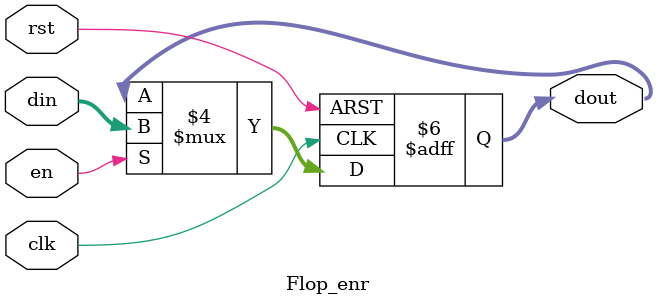
<source format=v>
`timescale 1ns / 1ps

module Flop_enr #(parameter WIDTH = 32)(
	/*
		Ä£¿éÃû³Æ£ºFlop_enr
		Ä£¿é¹¦ÄÜ£º´ø en¡¢rst µÄ D ´¥·¢Æ÷
		ÊäÈë¶Ë¿Ú£º
			clk 		Ê±ÖÓÐÅºÅ
			en 			Ê¹ÄÜÐÅºÅ¡£1-Õý³£¹¤×÷£¬0-Êä³ö±£³Ö²»±ä
			rst 		¸´Î»ÐÅºÅ¡£1-Õý³£¹¤×÷£¬0-Êä³ö¸´Î»Îª 0
			din 		ÊäÈë
		Êä³ö¶Ë¿Ú£º
			dout 		Êä³ö
	*/

	input 									clk,
	input 									en,
    input 									rst,
	input 				[WIDTH - 1 : 0] 	din,

	output 		reg 	[WIDTH - 1 : 0] 	dout
    );


	always @ (posedge clk or negedge rst) begin
		if (!rst) 		dout <= 0;
		else if (en) 	dout <= din;
		else 			dout <= dout;
	end

endmodule
</source>
